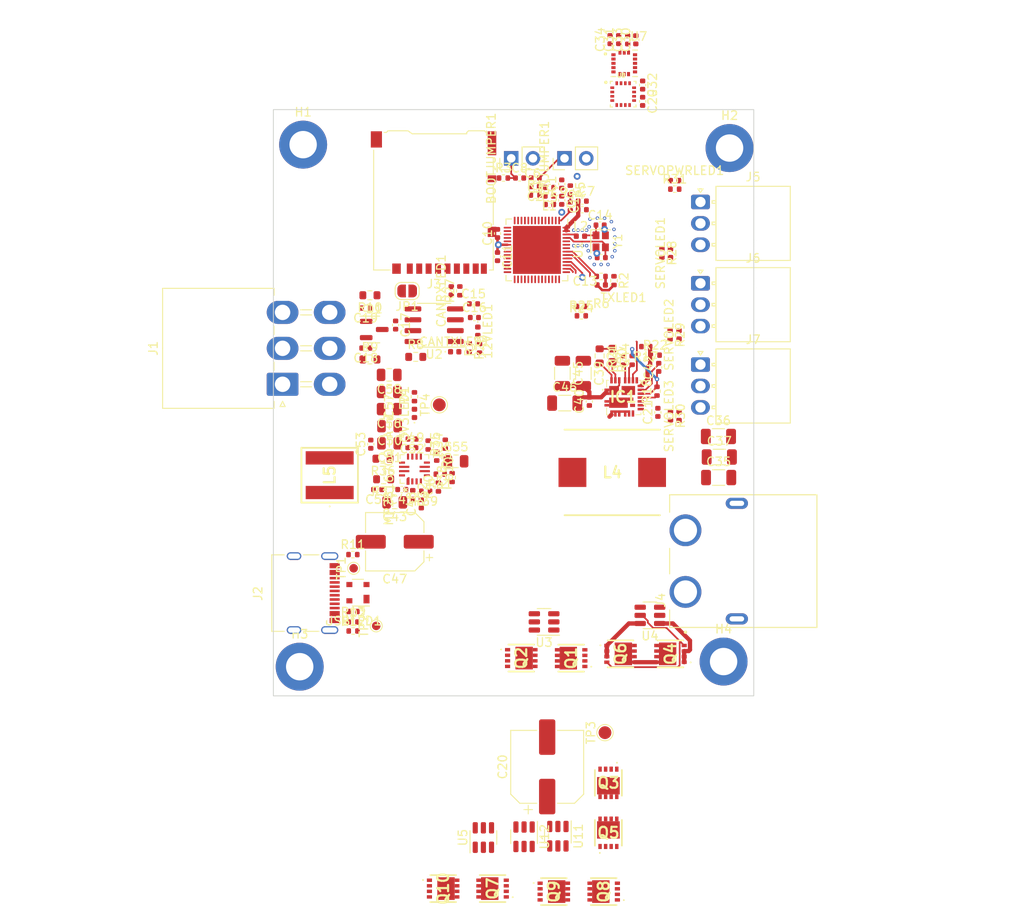
<source format=kicad_pcb>
(kicad_pcb (version 20221018) (generator pcbnew)
  (layers (0 "F.Cu" signal) (1 "In1.Cu" signal) (2 "In2.Cu" signal) (31 "B.Cu" signal) (34 "B.Paste" user) (35 "F.Paste" user) (36 "B.SilkS" user "B.Silkscreen") (37 "F.SilkS" user "F.Silkscreen") (38 "B.Mask" user) (39 "F.Mask" user) (44 "Edge.Cuts" user))
  (net 0 "")
  (net 1 "GND")
  (net 2 "+3V3")
  (net 3 "VBUS")
  (net 4 "RBUS_uC_V")
  (net 5 "Net-(U10-EN)")
  (net 6 "/servopower/uC_VCC")
  (net 7 "Net-(C53-Pad1)")
  (net 8 "Net-(U10-SW2)")
  (net 9 "Net-(C54-Pad1)")
  (net 10 "Net-(U10-SW1)")
  (net 11 "Net-(3V3LED1-A)")
  (net 12 "Net-(12VLED1-A)")
  (net 13 "/BOOT")
  (net 14 "/CHIP_PU")
  (net 15 "Net-(C6-Pad1)")
  (net 16 "Net-(C12-Pad1)")
  (net 17 "Net-(U1-LNA_IN{slash}RF)")
  (net 18 "Net-(U1-XTAL_N)")
  (net 19 "Net-(C14-Pad1)")
  (net 20 "Net-(JP1-B)")
  (net 21 "/CAN+")
  (net 22 "/CAN-")
  (net 23 "Net-(IC1-VDRV)")
  (net 24 "Net-(U8-CAP)")
  (net 25 "Net-(U7-REGOUT)")
  (net 26 "Net-(U7-VDD)")
  (net 27 "/SERVO_PWR")
  (net 28 "+12V")
  (net 29 "GNDA")
  (net 30 "/servopower/VDD")
  (net 31 "Net-(C44-Pad1)")
  (net 32 "Net-(IC1-BOOT)")
  (net 33 "/CAN_RX")
  (net 34 "Net-(CANRXLED1-A)")
  (net 35 "/CAN_TX")
  (net 36 "Net-(CANTXLED1-A)")
  (net 37 "/Data-")
  (net 38 "/Data+")
  (net 39 "/servopower/SW")
  (net 42 "/servopower/PGOOD")
  (net 43 "Net-(IC1-FB)")
  (net 44 "Net-(IC1-MODE2)")
  (net 45 "Net-(IC1-MODE1)")
  (net 46 "Net-(IC1-PHASE)")
  (net 49 "Net-(J2-CC1)")
  (net 51 "Net-(J2-CC2)")
  (net 54 "/SD_CS")
  (net 55 "/SPI_MOSI")
  (net 56 "/SPI_CLK")
  (net 57 "/SPI_MISO")
  (net 59 "/rbusmosfets/RBUS_DEPL")
  (net 60 "/SERVO_SGNL1")
  (net 61 "/SERVO_SGNL2")
  (net 62 "/SERVO_SGNL3")
  (net 63 "/CAN-BUS/Vref")
  (net 64 "Net-(U1-XTAL_P)")
  (net 65 "Net-(Q1-G)")
  (net 66 "Net-(TXLED1-A)")
  (net 67 "/TXD")
  (net 68 "Net-(U1-U0TXD{slash}PROG{slash}GPIO43)")
  (net 69 "Net-(U2-Rs)")
  (net 70 "Net-(USBLED1-A)")
  (net 71 "/BuckPGOOD")
  (net 72 "Net-(SERVOLED1-K)")
  (net 73 "Net-(SERVOLED2-K)")
  (net 74 "Net-(SERVOLED3-K)")
  (net 75 "Net-(SERVOPWRLED1-K)")
  (net 103 "/IMU_CS")
  (net 104 "/MAG_CS")
  (net 109 "Net-(U10-OC)")
  (net 110 "/rbusmosfets/BatteryPower")
  (net 111 "Net-(Q1-D_1)")
  (net 112 "Net-(Q3-G)")
  (net 121 "Net-(Q3-D_1)")
  (net 122 "Net-(Q4-G)")
  (net 123 "Net-(Q4-D_1)")
  (net 124 "Net-(Q8-G)")
  (net 125 "Net-(Q8-D_1)")
  (net 126 "Net-(R33-Pad1)")
  (net 127 "Net-(U10-FB)")
  (net 128 "Net-(U10-BST2)")
  (net 129 "Net-(U10-BST1)")
  (net 130 "Net-(U10-ALT)")
  (net 131 "Net-(U10-SCL)")
  (net 132 "Net-(U10-SDA)")
  (net 136 "Net-(Q1-S_1)")
  (net 137 "Net-(Q7-S_1)")
  (net 138 "Net-(Q10-G)")
  (net 139 "Net-(Q10-D_1)")
  (net 140 "Net-(Q8-S_1)")
  (footprint "Capacitor_SMD:C_0402_1005Metric" (layer "F.Cu") (at 123.2 83.59)
    (fp_text reference "C9")
    (fp_text value "10nF")
  )
  (footprint "Connector_Molex:Molex_Nano-Fit_105313-xx03_1x03_P2.50mm_Horizontal" (layer "F.Cu") (at 137 82.69)
    (fp_text reference "J5")
    (fp_text value "Conn_01x03_Male")
  )
  (footprint "Capacitor_SMD:C_0402_1005Metric" (layer "F.Cu") (at 97.92 99.76 180)
    (fp_text reference "C18")
    (fp_text value "220pF")
  )
  (footprint "LED_SMD:LED_0402_1005Metric" (layer "F.Cu") (at 133.5 88.675 90)
    (fp_text reference "SERVOLED1")
    (fp_text value "SERVOLED")
  )
  (footprint "Capacitor_SMD:C_0402_1005Metric" (layer "F.Cu") (at 127.45 63.72 90)
    (fp_text reference "C31")
    (fp_text value "10nF")
  )
  (footprint "Resistor_SMD:R_0402_1005Metric" (layer "F.Cu") (at 131.925 104.8 90)
    (fp_text reference "R18")
    (fp_text value "10k")
  )
  (footprint "Resistor_SMD:R_0603_1608Metric" (layer "F.Cu") (at 98.4 93.59 180)
    (fp_text reference "R10")
    (fp_text value "60")
  )
  (footprint "Resistor_SMD:R_0402_1005Metric" (layer "F.Cu") (at 105.2 111.09 -90)
    (fp_text reference "R34")
    (fp_text value "230k")
  )
  (footprint "iclr:PXP01230QLJ" (layer "F.Cu") (at 126.25 150.562 180)
    (fp_text reference "Q3")
    (fp_text value "PXP012-30QLJ" hide)
  )
  (footprint "Resistor_SMD:R_0402_1005Metric" (layer "F.Cu") (at 133.455 98.225 -90)
    (fp_text reference "R29")
    (fp_text value "1k")
  )
  (footprint "Connector_PinHeader_2.54mm:PinHeader_1x02_P2.54mm_Vertical" (layer "F.Cu") (at 114.9 77.59 90)
    (fp_text reference "BOOTJUMPER1")
    (fp_text value "Conn_01x02_Male")
  )
  (footprint "Capacitor_SMD:C_0805_2012Metric" (layer "F.Cu") (at 101.3 117.79 180)
    (fp_text reference "C43")
    (fp_text value "22uF")
  )
  (footprint "Capacitor_SMD:C_0402_1005Metric" (layer "F.Cu") (at 113.3 86.37 90)
    (fp_text reference "C10")
    (fp_text value "0.1uF")
  )
  (footprint "Capacitor_SMD:C_0402_1005Metric" (layer "F.Cu") (at 113.3 89.07 -90)
    (fp_text reference "C11")
    (fp_text value "0.1uF")
  )
  (footprint "LED_SMD:LED_0402_1005Metric" (layer "F.Cu") (at 125.415 92.39 180)
    (fp_text reference "TXLED1")
    (fp_text value "TX_LED")
  )
  (footprint "TestPoint:TestPoint_Pad_D1.5mm" (layer "F.Cu") (at 125.85 144.697 90)
    (fp_text reference "TP3")
    (fp_text value "TestPoint")
  )
  (footprint "Package_TO_SOT_SMD:TSOT-23-6" (layer "F.Cu") (at 120.35 156.797 -90)
    (fp_text reference "U11")
    (fp_text value "LTC4412xS6")
  )
  (footprint "Capacitor_SMD:C_0402_1005Metric" (layer "F.Cu") (at 103.32 110.39 180)
    (fp_text reference "C52")
    (fp_text value "1uF")
  )
  (footprint "Capacitor_SMD:C_0402_1005Metric" (layer "F.Cu") (at 132.125 102.01 90)
    (fp_text reference "C42")
    (fp_text value "1uF")
  )
  (footprint "Capacitor_SMD:C_0402_1005Metric" (layer "F.Cu") (at 103.3 111.39)
    (fp_text reference "C49")
    (fp_text value "100nF")
  )
  (footprint "Capacitor_SMD:C_0402_1005Metric" (layer "F.Cu") (at 115.88 79.89)
    (fp_text reference "C8")
    (fp_text value "0.1uF")
  )
  (footprint "Resistor_SMD:R_0402_1005Metric" (layer "F.Cu") (at 123.09 95.99)
    (fp_text reference "R25")
    (fp_text value "2.2k")
  )
  (footprint "Connector_USB:USB_C_Receptacle_Palconn_UTC16-G" (layer "F.Cu") (at 91.775 128.39 -90)
    (fp_text reference "J2")
    (fp_text value "USB_C_Receptacle_USB2.0")
  )
  (footprint "Capacitor_SMD:C_0402_1005Metric" (layer "F.Cu") (at 125.28 85.39)
    (fp_text reference "C14")
    (fp_text value "C")
  )
  (footprint "Capacitor_SMD:C_1206_3216Metric" (layer "F.Cu") (at 139.2 112.49)
    (fp_text reference "C37")
    (fp_text value "47uF")
  )
  (footprint "Capacitor_SMD:C_0402_1005Metric" (layer "F.Cu") (at 117.71 79.89 180)
    (fp_text reference "C3")
    (fp_text value "0.1uF")
  )
  (footprint "Capacitor_SMD:CP_Elec_6.3x5.4" (layer "F.Cu") (at 101.3 122.39 180)
    (fp_text reference "C47")
    (fp_text value "100uF")
  )
  (footprint "Capacitor_SMD:C_1206_3216Metric" (layer "F.Cu") (at 123.325 102.715 -90)
    (fp_text reference "C39")
    (fp_text value "47uF")
  )
  (footprint "Connector_Card:microSD_HC_Hirose_DM3AT-SF-PEJM5" (layer "F.Cu") (at 105.83 82.755 180)
    (fp_text reference "J3")
    (fp_text value "Micro_SD_Card_Det")
  )
  (footprint "Capacitor_SMD:C_1206_3216Metric" (layer "F.Cu") (at 139.1 110.09)
    (fp_text reference "C36")
    (fp_text value "47uF")
  )
  (footprint "Capacitor_SMD:C_0402_1005Metric" (layer "F.Cu") (at 104.4 117.97 90)
    (fp_text reference "C48")
    (fp_text value "22nF")
  )
  (footprint "Resistor_SMD:R_0402_1005Metric" (layer "F.Cu") (at 108 114.89 90)
    (fp_text reference "R38")
    (fp_text value "21.5k")
  )
  (footprint "Resistor_SMD:R_0402_1005Metric" (layer "F.Cu") (at 108.9 93.075 90)
    (fp_text reference "R27")
    (fp_text value "1k")
  )
  (footprint "LED_SMD:LED_0402_1005Metric" (layer "F.Cu") (at 134.5 107.72 90)
    (fp_text reference "SERVOLED3")
    (fp_text value "SERVOLED")
  )
  (footprint "Inductor_SMD:L_0402_1005Metric" (layer "F.Cu") (at 122.985 86.69)
    (fp_text reference "L2")
    (fp_text value "20nH")
  )
  (footprint "Capacitor_SMD:C_0402_1005Metric" (layer "F.Cu") (at 124.025 105.99 90)
    (fp_text reference "C40")
    (fp_text value "100nF")
  )
  (footprint "Resistor_SMD:R_0402_1005Metric" (layer "F.Cu") (at 133.5 107.68 -90)
    (fp_text reference "R30")
    (fp_text value "1k")
  )
  (footprint "Resistor_SMD:R_0402_1005Metric" (layer "F.Cu") (at 107.2 110.99 90)
    (fp_text reference "R35")
    (fp_text value "100k")
  )
  (footprint "Resistor_SMD:R_0402_1005Metric" (layer "F.Cu") (at 96.435 132.82)
    (fp_text reference "USBLED1")
    (fp_text value "USB_LED")
  )
  (footprint "LED_SMD:LED_0402_1005Metric" (layer "F.Cu") (at 107.9 93.075 90)
    (fp_text reference "CANRXLED1")
    (fp_text value "CANRXLED")
  )
  (footprint "Resistor_SMD:R_0402_1005Metric" (layer "F.Cu") (at 125.4 91.39 180)
    (fp_text reference "R6")
    (fp_text value "499")
  )
  (footprint "Capacitor_SMD:C_0805_2012Metric" (layer "F.Cu") (at 100.65 106.89 180)
    (fp_text reference "C56")
    (fp_text value "22uF")
  )
  (footprint "Capacitor_SMD:C_0402_1005Metric" (layer "F.Cu") (at 110.6 96.19)
    (fp_text reference "C16")
    (fp_text value "10uF")
  )
  (footprint "Capacitor_SMD:C_0805_2012Metric" (layer "F.Cu") (at 100.65 104.89 180)
    (fp_text reference "C57")
    (fp_text value "22uF")
  )
  (footprint "Package_TO_SOT_SMD:TSOT-23-6" (layer "F.Cu") (at 131.1 130.99 180)
    (fp_text reference "U4")
    (fp_text value "LTC4412xS6")
  )
  (footprint "Resistor_SMD:R_0402_1005Metric" (layer "F.Cu") (at 103.4 116.89 -90)
    (fp_text reference "R32")
    (fp_text value "499k")
  )
  (footprint "Jumper:SolderJumper-2_P1.3mm_Open_RoundedPad1.0x1.5mm" (layer "F.Cu") (at 102.75 93.09 180)
    (fp_text reference "JP1")
    (fp_text value "TermJP")
  )
  (footprint "Capacitor_SMD:C_0402_1005Metric" (layer "F.Cu") (at 99.3 116.29 180)
    (fp_text reference "C54")
    (fp_text value "100nF")
  )
  (footprint "Package_TO_SOT_SMD:TSOT-23-6" (layer "F.Cu") (at 118.7375 131.755 180)
    (fp_text reference "U3")
    (fp_text value "LTC4412xS6")
  )
  (footprint "Capacitor_SMD:C_0603_1608Metric" (layer "F.Cu") (at 126.725 100.6 -90)
    (fp_text reference "C44")
    (fp_text value "0.1uF")
  )
  (footprint "Resistor_SMD:R_0402_1005Metric" (layer "F.Cu") (at 106.2 112.39 -90)
    (fp_text reference "R33")
    (fp_text value "806k")
  )
  (footprint "iclr:MPLAL60504R7" (layer "F.Cu") (at 93.7 114.615 90)
    (fp_text reference "L5")
    (fp_text value "4.7uH" hide)
  )
  (footprint "Package_TO_SOT_SMD:TSOT-23-6" (layer "F.Cu") (at 111.65 156.9525 90)
    (fp_text reference "U5")
    (fp_text value "LTC4412xS6")
  )
  (footprint "Capacitor_SMD:C_0402_1005Metric" (layer "F.Cu") (at 132.025 107.27 90)
    (fp_text reference "C21")
    (fp_text value "4.7uF")
  )
  (footprint "Resistor_SMD:R_0402_1005Metric" (layer "F.Cu") (at 128.025 101.2 90)
    (fp_text reference "R19")
    (fp_text value "100k")
  )
  (footprint "Resistor_SMD:R_0402_1005Metric" (layer "F.Cu") (at 111.2 99.79 90)
    (fp_text reference "R7")
    (fp_text value "3k")
  )
  (footprint "iclr:MP28167GQ-A-Z" (layer "F.Cu") (at 103.6 113.89 90)
    (fp_text reference "U10")
    (fp_text value "MP28167GQ-A-Z")
  )
  (footprint "Capacitor_SMD:C_0402_1005Metric" (layer "F.Cu") (at 130.247 70.93 -90)
    (fp_text reference "C29")
    (fp_text value "10uF")
  )
  (footprint "Capacitor_SMD:C_0402_1005Metric" (layer "F.Cu") (at 126.45 63.72 90)
    (fp_text reference "C34")
    (fp_text value "2.2uF")
  )
  (footprint "TestPoint:TestPoint_Pad_D1.0mm" (layer "F.Cu") (at 99.135 132.22 90)
    (fp_text reference "TP2")
    (fp_text value "TestPoint")
  )
  (footprint "Capacitor_SMD:C_0402_1005Metric" (layer "F.Cu") (at 121.8 83.19 -90)
    (fp_text reference "C12")
    (fp_text value "4.2pF")
  )
  (footprint "Capacitor_SMD:C_0402_1005Metric" (layer "F.Cu") (at 110.5 94.59)
    (fp_text reference "C15")
    (fp_text value "100nF")
  )
  (footprint "Resistor_SMD:R_0402_1005Metric" (layer "F.Cu") (at 132.5 88.66 -90)
    (fp_text reference "R28")
    (fp_text value "1k")
  )
  (footprint "iclr:AMASS_XT60PW-F" (layer "F.Cu") (at 135.25 124.6525 90)
    (fp_text reference "J4")
    (fp_text value "Conn_01x02_Male")
  )
  (footprint "Resistor_SMD:R_0402_1005Metric" (layer "F.Cu") (at 96.425 130.54 180)
    (fp_text reference "R12")
    (fp_text value "5.1k")
  )
  (footprint "Capacitor_SMD:C_0402_1005Metric" (layer "F.Cu") (at 102.12 116.29 180)
    (fp_text reference "C41")
    (fp_text value "100nF")
  )
  (footprint "iclr:PXP01230QLJ" (layer "F.Cu") (at 119.875 163.265 -90)
    (fp_text reference "Q9")
    (fp_text value "PXP012-30QLJ" hide)
  )
  (footprint "Resistor_SMD:R_0603_1608Metric" (layer "F.Cu") (at 98.4 101.09)
    (fp_text reference "R9")
    (fp_text value "60")
  )
  (footprint "iclr:PQFN50P300X300X100-16N" (layer "F.Cu") (at 127.975 70.09)
    (fp_text reference "U8")
    (fp_text value "MMC5983MA")
  )
  (footprint "Resistor_SMD:R_0402_1005Metric" (layer "F.Cu") (at 129.025 101.2 90)
    (fp_text reference "R20")
    (fp_text value "200k")
  )
  (footprint "iclr:PQFN50P300X300X80-16N" (layer "F.Cu") (at 128.1 66.49)
    (fp_text reference "U7")
    (fp_text value "ICM-20608-G")
  )
  (footprint "Connector_Molex:Molex_Nano-Fit_105313-xx03_1x03_P2.50mm_Horizontal" (layer "F.Cu") (at 137 92.19)
    (fp_text reference "J6")
    (fp_text value "Conn_01x03_Male")
  )
  (footprint "MountingHole:MountingHole_3.2mm_M3_DIN965_Pad" (layer "F.Cu") (at 90.2 136.99)
    (fp_text reference "H3")
    (fp_text value "MountingHole_Pad")
  )
  (footprint "Capacitor_SMD:C_1206_3216Metric" (layer "F.Cu") (at 121.15 106.19)
    (fp_text reference "C46")
    (fp_text value "47uF")
  )
  (footprint "Capacitor_SMD:CP_Elec_8x11.9" (layer "F.Cu") (at 119.1 148.69 90)
    (fp_text reference "C20")
    (fp_text value "390uF")
  )
  (footprint "Connector_Molex:Molex_Mini-Fit_Jr_5569-06A2_2x03_P4.20mm_Horizontal" (layer "F.Cu") (at 88.2 103.99 90)
    (fp_text reference "J1")
    (fp_text value "RBUS")
  )
  (footprint "LED_SMD:LED_0402_1005Metric" (layer "F.Cu") (at 103.6 107.39 90)
    (fp_text reference "3V3LED1")
    (fp_text value "3V3LED")
  )
  (footprint "Resistor_SMD:R_0603_1608Metric" (layer "F.Cu") (at 99.925 112.69 180)
    (fp_text reference "R36")
    (fp_text value "0")
  )
  (footprint "Resistor_SMD:R_0603_1608Metric" (layer "F.Cu") (at 100 115.09 180)
    (fp_text reference "R37")
    (fp_text value "0")
  )
  (footprint "Resistor_SMD:R_0402_1005Metric" (layer "F.Cu") (at 110 99.69 -90)
    (fp_text reference "R26")
    (fp_text value "1k")
  )
  (footprint "TestPoint:TestPoint_Pad_D1.5mm" (layer "F.Cu") (at 106.5 106.39 90)
    (fp_text reference "TP4")
    (fp_text value "TestPoint")
  )
  (footprint "Capacitor_SMD:C_1206_3216Metric" (layer "F.Cu") (at 139.125 114.89)
    (fp_text reference "C35")
    (fp_text value "47uF")
  )
  (footprint "Capacitor_SMD:C_0402_1005Metric" (layer "F.Cu") (at 130.247 69.03 -90)
    (fp_text reference "C32")
    (fp_text value "1uF")
  )
  (footprint "iclr:SiC437BEDT1GE3" (layer "F.Cu") (at 128.044 105.534)
    (fp_text reference "IC1")
    (fp_text value "SIC437DED-T1-GE3" hide)
  )
  (footprint "Package_TO_SOT_SMD:TSOT-23-6" (layer "F.Cu") (at 116.4 156.8595 -90)
    (fp_text reference "U12")
    (fp_text value "LTC4412xS6")
  )
  (footprint "Resistor_SMD:R_0402_1005Metric" (layer "F.Cu") (at 96.41 123.89)
    (fp_text reference "R11")
    (fp_text value "5.1k")
  )
  (footprint "Capacitor_SMD:C_0402_1005Metric" (layer "F.Cu") (at 101.4 97.07 -90)
    (fp_text reference "C17")
    (fp_text value "47nF")
  )
  (footprint "Resistor_SMD:R_0402_1005Metric" (layer "F.Cu") (at 104.91 116.49 180)
    (fp_text reference "R39")
    (fp_text value "10k")
  )
  (footprint "Capacitor_SMD:C_0402_1005Metric" (layer "F.Cu") (at 128.5 63.75 90)
    (fp_text reference "C33")
    (fp_text value "0.1uF")
  )
  (footprint "iclr:PXP01230QLJ" (layer "F.Cu") (at 126.25 156.397)
    (fp_text reference "Q5")
    (fp_text value "PXP012-30QLJ" hide)
  )
  (footprint "Resistor_SMD:R_0402_1005Metric" (layer "F.Cu") (at 106.4 115.99 90)
    (fp_text reference "R40")
    (fp_text value "10k")
  )
  (footprint "Resistor_SMD:R_0402_1005Metric" (layer "F.Cu") (at 131.715 100.59)
    (fp_text reference "R22")
    (fp_text value "3k")
  )
  (footprint "MountingHole:MountingHole_3.2mm_M3_DIN965_Pad" (layer "F.Cu") (at 140.4 76.39)
    (fp_text reference "H2")
    (fp_text value "MountingHole_Pad")
  )
  (footprint "iclr:INDPM112100X400N" (layer "F.Cu") (at 126.7 114.29 180)
    (fp_text reference "L4")
    (fp_text value "2.1uH" hide)
  )
  (footprint "LED_SMD:LED_0402_1005Metric" (layer "F.Cu") (at 134.5 98.205 90)
    (fp_text reference "SERVOLED2")
    (fp_text value "SERVOLED")
  )
  (footprint "Capacitor_SMD:C_0402_1005Metric" (layer "F.Cu") (at 125.42 89.19 180)
    (fp_text reference "C13")
    (fp_text value "C")
  )
  (footprint "Capacitor_SMD:C_0402_1005Metric" (layer "F.Cu") (at 129.45 63.74 90)
    (fp_text reference "C30")
    (fp_text value "0.47uF")
  )
  (footprint "Capacitor_SMD:C_0805_2012Metric" (layer "F.Cu") (at 100.65 102.89 180)
    (fp_text reference "C58")
    (fp_text value "22uF")
  )
  (footprint "Resistor_SMD:R_0402_1005Metric" (layer "F.Cu") (at 121.8 81.29 -90)
    (fp_text reference "R5")
    (fp_text value "47.5")
  )
  (footprint "Resistor_SMD:R_0402_1005Metric" (layer "F.Cu") (at 126.9 91.88 -90)
    (fp_text reference "R2")
    (fp_text value "470")
  )
  (footprint "Resistor_SMD:R_0402_1005Metric" (layer "F.Cu") (at 103.6 105.445 90)
    (fp_text reference "R4")
    (fp_text value "470")
  )
  (footprint "Resistor_SMD:R_0402_1005Metric" (layer "F.Cu") (at 123.09 94.89 180)
    (fp_text reference "R24")
    (fp_text value "1.5k")
  )
  (footprint "Resistor_SMD:R_0402_1005Metric" (layer "F.Cu") (at 130.615 99.59 180)
    (fp_text reference "R17")
    (fp_text value "34k")
  )
  (footprint "Capacitor_SMD:C_0402_1005Metric" (layer "F.Cu") (at 98.5 110.99 90)
    (fp_text reference "C53")
    (fp_text value "100nF")
  )
  (footprint "Resistor_SMD:R_0603_1608Metric" (layer "F.Cu") (at 103.75 100.79)
    (fp_text reference "R8")
    (fp_text value "0")
  )
  (footprint "Resistor_SMD:R_0402_1005Metric" (layer "F.Cu") (at 113.99 79.89)
    (fp_text reference "R3")
    (fp_text value "10K")
  )
  (footprint "Capacitor_SMD:C_0402_1005Metric" (layer "F.Cu") (at 120.8 80.59 90)
    (fp_text reference "C1")
    (fp_text value "10uF")
  )
  (footprint "LED_SMD:LED_0402_1005Metric" (layer "F.Cu") (at 111 97.79 -90)
    (fp_text reference "12VLED1")
    (fp_text value "12V_LED")
  )
  (footprint "iclr:PXP01230QLJ" (layer "F.Cu") (at 125.7 163.265 90)
    (fp_text reference "Q8")
    (fp_text value "PXP012-30QLJ" hide)
  )
  (footprint "Connector_Molex:Molex_Nano-Fit_105313-xx03_1x03_P2.50mm_Horizontal" (layer "F.Cu") (at 137 101.69)
    (fp_text reference "J7")
    (fp_text value "Conn_01x03_Male")
  )
  (footprint "Capacitor_SMD:C_0402_1005Metric" (layer "F.Cu") (at 120.8 82.49 -90)
    (fp_text reference "C4")
    (fp_text value "1uF")
  )
  (footprint "Capacitor_SMD:C_0402_1005Metric" (layer "F.Cu") (at 119.38 80.99 180)
    (fp_text reference "C5")
    (fp_text value "0.1uF")
  )
  (footprint "Resistor_SMD:R_0402_1005Metric" (layer "F.Cu") (at 106.61 114.49 180)
    (fp_text reference "R41")
    (fp_text value "10k")
  )
  (footprint "Capacitor_SMD:C_0402_1005Metric" (layer "F.Cu") (at 123.2 82.59)
    (fp_text reference "C7")
    (fp_text value "1uF")
  )
  (footprint "iclr:PXP01230QLJ" (layer "F.Cu") (at 127.665 135.49 -90)
    (fp_text reference "Q6")
    (fp_text value "PXP012-30QLJ" hide)
  )
  (footprint "Capacitor_SMD:C_0402_1005Metric" (layer "F.Cu") (at 97.9 95.09 180)
    (fp_text reference "C19")
    (fp_text value "220pF")
  )
  (footprint "iclr:PXP01230QLJ" (layer "F.Cu") (at 106.95 162.915 -90)
    (fp_text reference "Q10")
    (fp_text value "PXP012-30QLJ" hide)
  )
  (footprint "iclr:PXP01230QLJ" (layer "F.Cu") (at 133.5 135.49 90)
    (fp_text reference "Q4")
    (fp_text value "PXP012-30QLJ" hide)
  )
  (footprint "Resistor_SMD:R_0402_1005Metric" (layer "F.Cu") (at 96.435 131.77)
    (fp_text reference "R13")
    (fp_text value "470")
  )
  (footprint "MountingHole:MountingHole_3.2mm_M3_DIN965_Pad" (layer "F.Cu") (at 139.7 136.39)
    (fp_text reference "H4")
    (fp_text value "MountingHole_Pad")
  )
  (footprint "iclr:PXP01230QLJ" (layer "F.Cu") (at 116.075 135.98 -90)
    (fp_text reference "Q2")
    (fp_text value "PXP012-30QLJ" hide)
  )
  (footprint "Capacitor_SMD:C_1206_3216Metric" (layer "F.Cu") (at 120.875 102.715 -90)
    (fp_text reference "C45")
    (fp_text value "47uF")
  )
  (footprint "LED_SMD:LED_0402_1005Metric" (layer "F.Cu") (at 133.985 80.19)
    (fp_text reference "SERVOPWRLED1")
    (fp_text value "SERVOPWR_LED")
  )
  (footprint "Capacitor_SMD:C_0402_1005Metric" (layer "F.Cu") (at 119.38 82.99)
    (fp_text reference "C6")
    (fp_text value "0.1uF")
  )
  (footprint "Package_TO_SOT_SMD:SOT-143" (layer "F.Cu") (at 97 128.34 180)
    (fp_text reference "D2")
    (fp_text value "SP0503BAHT")
  )
  (footprint "MountingHole:MountingHole_3.2mm_M3_DIN965_Pad" (layer "F.Cu") (at 90.6 75.99)
    (fp_text reference "H1")
    (fp_text value "MountingHole_Pad")
  )
  (footprint "Resistor_SMD:R_0603_1608Metric" (layer "F.Cu") (at 125.225 100.675 -90)
    (fp_text reference "R21")
    (fp_text value "2.2")
  )
  (footprint "iclr:PXP01230QLJ" (layer "F.Cu") (at 112.725 162.915 90)
    (fp_text reference "Q7")
    (fp_text value "PXP012-30QLJ" hide)
  )
  (footprint "Capacitor_SMD:C_0402_1005Metric" (layer "F.Cu") (at 117.69 80.89 180)
    (fp_text reference "C2")
    (fp_text value "1uF")
  )
  (footprint "Package_DFN_QFN:QFN-56-1EP_7x7mm_P0.4mm_EP5.6x5.6mm" (layer "F.Cu") (at 117.9 88.29 -90)
    (fp_text reference "U1")
    (fp_text value "ESP32-S3")
  )
  (footprint "iclr:PXP01230QLJ" (layer "F.Cu") (at 121.9 135.99 90)
    (fp_text reference "Q1")
    (fp_text value "PXP012-30QLJ" hide)
  )
  (footprint "Package_SO:SOIC-8_3.9x4.9mm_P1.27mm" (layer "F.Cu") (at 105.9 97.09 180)
    (fp_text reference "U2")
    (fp_text value "SN65HVD230")
  )
  (footprint "Capacitor_SMD:C_0805_2012Metric" (layer "F.Cu") (at 100.7 110.89 180)
    (fp_text reference "C51")
    (fp_text value "22uF")
  )
  (footprint "Crystal:Crystal_SMD_2016-4Pin_2.0x1.6mm" (layer "F.Cu") (at 125.35 87.29 -90)
    (fp_text reference "Y1")
    (fp_text value "40MHz±10ppm")
  )
  (footprint "Capacitor_SMD:C_0805_2012Metric" (layer "F.Cu") (at 108.45 112.99)
    (fp_text reference "C55")
    (fp_text value "22nF")
  )
  (footprint "LED_SMD:LED_0402_1005Metric" (layer "F.Cu") (at 108.3 100.19)
    (fp_text reference "CANTXLED1")
    (fp_text value "CANTXLED")
  )
  (footprint "Connector_PinHeader_2.54mm:PinHeader_1x02_P2.54mm_Vertical" (layer "F.Cu") (at 121.125 77.59 90)
    (fp_text reference "ENJUMPER1")
    (fp_text value "Conn_01x02_Male")
  )
  (footprint "Inductor_SMD:L_0402_1005Metric" (layer "F.Cu") (at 119.345 81.99 180)
    (fp_text reference "L1")
    (fp_text value "2.0nH")
  )
  (footprint "Capacitor_SMD:C_0805_2012Metric" (layer "F.Cu") (at 100.7 108.89 180)
    (fp_text reference "C50")
    (fp_text value "22uF")
  )
  (footprint "Resistor_SMD:R_0402_1005Metric" (layer "F.Cu") (at 117.7 81.89)
    (fp_text reference "R1")
    (fp_text value "10K")
  )
  (footprint "TestPoint:TestPoint_Pad_D1.0mm" (layer "F.Cu") (at 96.5 125.49 90)
    (fp_text reference "TP1")
    (fp_text value "TestPoint")
  )
  (footprint "Resistor_SMD:R_0402_1005Metric" (layer "F.Cu") (at 134 81.19)
    (fp_text reference "R31")
    (fp_text value "1k")
  )
  (footprint "Package_TO_SOT_SMD:SOT-23" (layer "F.Cu") (at 98.9 97.59)
    (fp_text reference "D1")
    (fp_text value "SM712_SOT23")
  )
  (gr_rect (start 87.125 71.897) (end 143.225 140.397) (stroke (width 0.1)) (fill none) (layer "Edge.Cuts"))
  (segment (start 119.9 82.83) (end 119.86 82.79) (width 0.5) (layer "F.Cu") (net 1))
  (via (at 124.9 88.69) (size 0.8) (drill 0.4) (layers "F.Cu" "B.Cu") (net 1))
  (via (at 127 86.79) (size 0.4) (drill 0.2) (layers "F.Cu" "B.Cu") (net 1))
  (via (at 124 85.59) (size 0.4) (drill 0.2) (layers "F.Cu" "B.Cu") (net 1))
  (via (at 124.1 89.19) (size 0.4) (drill 0.2) (layers "F.Cu" "B.Cu") (net 1))
  (via (at 120.8 83.89) (size 0.8) (drill 0.4) (layers "F.Cu" "B.Cu") (net 1))
  (via (at 123.9 88.39) (size 0.4) (drill 0.2) (layers "F.Cu" "B.Cu") (net 1))
  (via (at 127 87.59) (size 0.4) (drill 0.2) (layers "F.Cu" "B.Cu") (net 1))
  (via (at 122.2 87.79) (size 0.4) (drill 0.2) (layers "F.Cu" "B.Cu") (net 1))
  (via (at 126.9 85.89) (size 0.4) (drill 0.2) (layers "F.Cu" "B.Cu") (net 1))
  (via (at 124.964566 84.580831) (size 0.4) (drill 0.2) (layers "F.Cu" "B.Cu") (net 1))
  (via (at 124.6 89.99) (size 0.4) (drill 0.2) (layers "F.Cu" "B.Cu") (net 1))
  (via (at 127 88.39) (size 0.4) (drill 0.2) (layers "F.Cu" "B.Cu") (net 1))
  (via (at 125.8 85.89) (size 0.8) (drill 0.4) (layers "F.Cu" "B.Cu") (net 1))
  (via (at 122.6 79.69) (size 0.8) (drill 0.4) (layers "F.Cu" "B.Cu") (net 1))
  (via (at 122.7 85.99) (size 0.4) (drill 0.2) (layers "F.Cu" "B.Cu") (net 1))
  (via (at 125.4 89.99) (size 0.4) (drill 0.2) (layers "F.Cu" "B.Cu") (net 1))
  (via (at 122.2 85.99) (size 0.4) (drill 0.2) (layers "F.Cu" "B.Cu") (net 1))
  (via (at 124.1 84.69) (size 0.4) (drill 0.2) (layers "F.Cu" "B.Cu") (net 1))
  (via (at 126.6 84.99) (size 0.4) (drill 0.2) (layers "F.Cu" "B.Cu") (net 1))
  (via (at 123.2 85.99) (size 0.4) (drill 0.2) (layers "F.Cu" "B.Cu") (net 1))
  (via (at 123.2 87.79) (size 0.4) (drill 0.2) (layers "F.Cu" "B.Cu") (net 1))
  (via (at 126.2 89.99) (size 0.4) (drill 0.2) (layers "F.Cu" "B.Cu") (net 1))
  (via (at 126.7 89.09) (size 0.4) (drill 0.2) (layers "F.Cu" "B.Cu") (net 1))
  (via (at 123.7 87.79) (size 0.4) (drill 0.2) (layers "F.Cu" "B.Cu") (net 1))
  (via (at 123.7 85.99) (size 0.4) (drill 0.2) (layers "F.Cu" "B.Cu") (net 1))
  (via (at 125.8 84.59) (size 0.4) (drill 0.2) (layers "F.Cu" "B.Cu") (net 1))
  (via (at 122.7 87.79) (size 0.4) (drill 0.2) (layers "F.Cu" "B.Cu") (net 1))
  (segment (start 121.891634 89.69) (end 123.2 90.998366) (width 0.2) (layer "F.Cu") (net 2))
  (segment (start 122.72 82.59) (end 122.72 83.59) (width 0.5) (layer "F.Cu") (net 2))
  (segment (start 113.3 86.85) (end 113.3 88.59) (width 0.3) (layer "F.Cu") (net 2))
  (segment (start 122.72 84.3075) (end 121.3375 85.69) (width 0.5) (layer "F.Cu") (net 2))
  (segment (start 121.3375 85.69) (end 121.3375 86.013) (width 0.5) (layer "F.Cu") (net 2))
  (segment (start 121.3375 89.69) (end 121.891634 89.69) (width 0.2) (layer "F.Cu") (net 2))
  (segment (start 114.4625 87.69) (end 113.4 87.69) (width 0.3) (layer "F.Cu") (net 2))
  (segment (start 123.2 90.998366) (end 123.2 91.49) (width 0.2) (layer "F.Cu") (net 2))
  (segment (start 122.72 83.59) (end 122.72 84.3075) (width 0.5) (layer "F.Cu") (net 2))
  (via (at 123.2 91.49) (size 0.8) (drill 0.4) (layers "F.Cu" "B.Cu") (net 2))
  (via (at 113.4 87.69) (size 0.8) (drill 0.4) (layers "F.Cu" "B.Cu") (net 2))
  (segment (start 115.4 79.89) (end 114.5 79.89) (width 0.2) (layer "F.Cu") (net 13))
  (segment (start 114.9 79.39) (end 114.9 77.59) (width 0.2) (layer "F.Cu") (net 13))
  (segment (start 115.4 79.89) (end 114.9 79.39) (width 0.2) (layer "F.Cu") (net 13))
  (segment (start 118.19 81.87) (end 118.19 79.89) (width 0.2) (layer "F.Cu") (net 14))
  (segment (start 118.21 81.89) (end 118.19 81.87) (width 0.2) (layer "F.Cu") (net 14))
  (segment (start 118.19 79.89) (end 120.49 77.59) (width 0.2) (layer "F.Cu") (net 14))
  (segment (start 120.49 77.59) (end 121.125 77.59) (width 0.2) (layer "F.Cu") (net 14))
  (segment (start 121.8 82.71) (end 121.8 81.8) (width 0.2) (layer "F.Cu") (net 16))
  (segment (start 120.724212 84.8525) (end 121.8 83.776712) (width 0.2) (layer "F.Cu") (net 17))
  (segment (start 120.5 84.8525) (end 120.724212 84.8525) (width 0.2) (layer "F.Cu") (net 17))
  (segment (start 121.8 83.776712) (end 121.8 83.67) (width 0.2) (layer "F.Cu") (net 17))
  (segment (start 121.3375 86.89) (end 121.766737 86.89) (width 0.2) (layer "F.Cu") (net 18))
  (segment (start 125.8 89.19) (end 125.8 89.29) (width 0.2) (layer "F.Cu") (net 18))
  (segment (start 122.173377 87.29664) (end 122.173377 87.313) (width 0.2) (layer "F.Cu") (net 18))
  (segment (start 125.523 87.313) (end 125.9 87.69) (width 0.2) (layer "F.Cu") (net 18))
  (segment (start 122.173377 87.313) (end 125.523 87.313) (width 0.2) (layer "F.Cu") (net 18))
  (segment (start 125.9 87.69) (end 125.9 87.99) (width 0.2) (layer "F.Cu") (net 18))
  (segment (start 121.766737 86.89) (end 122.173377 87.29664) (width 0.2) (layer "F.Cu") (net 18))
  (segment (start 125.9 87.99) (end 125.9 89.19) (width 0.2) (layer "F.Cu") (net 18))
  (segment (start 123.27 86.59) (end 124.8 86.59) (width 0.2) (layer "F.Cu") (net 19))
  (segment (start 124.8 85.39) (end 124.8 86.59) (width 0.2) (layer "F.Cu") (net 19))
  (segment (start 124.8 86.59) (end 125 86.79) (width 0.2) (layer "F.Cu") (net 19))
  (segment (start 124.025 105.51) (end 124.025 104.89) (width 0.5) (layer "F.Cu") (net 28))
  (segment (start 129.572 102.3565) (end 129.572 99.037) (width 0.2) (layer "F.Cu") (net 28))
  (segment (start 128.64 131.94) (end 129.9625 131.94) (width 0.5) (layer "F.Cu") (net 28))
  (segment (start 126.065 135.815) (end 126.065 134.515) (width 0.5) (layer "F.Cu") (net 28))
  (segment (start 123.305 105.51) (end 124.025 105.51) (width 0.5) (layer "F.Cu") (net 28))
  (segment (start 120.875 104.19) (end 123.325 104.19) (width 0.5) (layer "F.Cu") (net 28))
  (segment (start 124.025 104.89) (end 123.325 104.19) (width 0.5) (layer "F.Cu") (net 28))
  (segment (start 129.113 103.528) (end 129.113 102.8155) (width 0.2) (layer "F.Cu") (net 28))
  (segment (start 122.625 106.19) (end 123.305 105.51) (width 0.5) (layer "F.Cu") (net 28))
  (segment (start 127.513 103.528) (end 127.513 104.115) (width 0.2) (layer "F.Cu") (net 28))
  (segment (start 124.025 105.51) (end 125.405 105.51) (width 0.5) (layer "F.Cu") (net 28))
  (segment (start 129.572 99.037) (end 129.525 98.99) (width 0.2) (layer "F.Cu") (net 28))
  (segment (start 126.065 134.515) (end 128.64 131.94) (width 0.5) (layer "F.Cu") (net 28))
  (segment (start 129.113 102.8155) (end 129.572 102.3565) (width 0.2) (layer "F.Cu") (net 28))
  (segment (start 127.513 104.115) (end 126.913 104.715) (width 0.2) (layer "F.Cu") (net 28))
  (segment (start 125.405 105.51) (end 126.025 104.89) (width 0.5) (layer "F.Cu") (net 28))
  (segment (start 130.5875 104.64) (end 131.325 103.9025) (width 0.2) (layer "F.Cu") (net 29))
  (segment (start 131.325 103.9025) (end 131.325 102.460984) (width 0.2) (layer "F.Cu") (net 29))
  (segment (start 131.325 102.460984) (end 132.125 101.660984) (width 0.2) (layer "F.Cu") (net 29))
  (segment (start 132.125 101.53) (end 131.985 101.53) (width 0.2) (layer "F.Cu") (net 29))
  (segment (start 132.125 101.660984) (end 132.125 101.53) (width 0.2) (layer "F.Cu") (net 29))
  (segment (start 130.025 104.64) (end 130.5875 104.64) (width 0.2) (layer "F.Cu") (net 29))
  (segment (start 131.125 105.09) (end 131.925 104.29) (width 0.2) (layer "F.Cu") (net 30))
  (segment (start 129.025 100.69) (end 129.025 99.89) (width 0.3) (layer "F.Cu") (net 30))
  (segment (start 131.925 104.29) (end 131.925 102.69) (width 0.2) (layer "F.Cu") (net 30))
  (segment (start 131.925 102.69) (end 132.125 102.49) (width 0.2) (layer "F.Cu") (net 30))
  (segment (start 130.025 105.09) (end 131.125 105.09) (width 0.2) (layer "F.Cu") (net 30))
  (via (at 131.925 103.39) (size 0.5) (drill 0.25) (layers "F.Cu" "B.Cu") (net 30))
  (via (at 129.025 99.89) (size 0.5) (drill 0.25) (layers "F.Cu" "B.Cu") (net 30))
  (segment (start 131.925 103.39) (end 129.025 100.49) (width 0.3) (layer "B.Cu") (net 30))
  (segment (start 129.025 100.49) (end 129.025 99.89) (width 0.3) (layer "B.Cu") (net 30))
  (segment (start 126.7 99.85) (end 126.725 99.825) (width 0.2) (layer "F.Cu") (net 31))
  (segment (start 125.225 99.85) (end 126.7 99.85) (width 0.2) (layer "F.Cu") (net 31))
  (segment (start 126.725 101.375) (end 126.725 102.49) (width 0.2) (layer "F.Cu") (net 32))
  (segment (start 127.063 102.828) (end 127.063 103.528) (width 0.2) (layer "F.Cu") (net 32))
  (segment (start 126.725 102.49) (end 127.063 102.828) (width 0.2) (layer "F.Cu") (net 32))
  (segment (start 126.375 107.778) (end 126.613 107.54) (width 0.5) (layer "F.Cu") (net 39))
  (segment (start 130.025 105.54) (end 131.695 105.54) (width 0.2) (layer "F.Cu") (net 42))
  (segment (start 131.695 105.54) (end 131.925 105.31) (width 0.2) (layer "F.Cu") (net 42))
  (segment (start 130.825 101.99) (end 131.125 101.69) (width 0.5) (layer "F.Cu") (net 43))
  (segment (start 130.825 103.367) (end 130.825 101.99) (width 0.5) (layer "F.Cu") (net 43))
  (segment (start 130.848 103.39) (end 130.125 104.113) (width 0.5) (layer "F.Cu") (net 43))
  (segment (start 131.125 101.69) (end 131.125 99.59) (width 0.5) (layer "F.Cu") (net 43))
  (segment (start 130.848 103.39) (end 130.825 103.367) (width 0.5) (layer "F.Cu") (net 43))
  (segment (start 128.663 103.528) (end 128.663 102.072) (width 0.2) (layer "F.Cu") (net 44))
  (segment (start 128.663 102.072) (end 129.025 101.71) (width 0.2) (layer "F.Cu") (net 44))
  (segment (start 128.213 101.898) (end 128.025 101.71) (width 0.2) (layer "F.Cu") (net 45))
  (segment (start 128.213 103.528) (end 128.213 101.898) (width 0.2) (layer "F.Cu") (net 45))
  (segment (start 126.613 102.888) (end 125.225 101.5) (width 0.2) (layer "F.Cu") (net 46))
  (segment (start 126.613 103.528) (end 126.613 102.888) (width 0.2) (layer "F.Cu") (net 46))
  (segment (start 122.1 90.823263) (end 122.1 90.89) (width 0.2) (layer "F.Cu") (net 62))
  (segment (start 121.766737 90.49) (end 122.1 90.823263) (width 0.2) (layer "F.Cu") (net 62))
  (segment (start 121.3375 90.49) (end 121.766737 90.49) (width 0.2) (layer "F.Cu") (net 62))
  (segment (start 121.3375 86.49) (end 122.3 86.49) (width 0.2) (layer "F.Cu") (net 64))
  (segment (start 122.3 86.49) (end 122.5 86.69) (width 0.2) (layer "F.Cu") (net 64))
  (segment (start 125.527 92.987) (end 126.303 92.987) (width 0.3) (layer "F.Cu") (net 66))
  (segment (start 126.303 92.987) (end 126.9 92.39) (width 0.3) (layer "F.Cu") (net 66))
  (segment (start 124.93 92.39) (end 125.527 92.987) (width 0.3) (layer "F.Cu") (net 66))
  (segment (start 125.91 91.39) (end 125.91 92.38) (width 0.3) (layer "F.Cu") (net 67))
  (segment (start 125.91 92.38) (end 125.9 92.39) (width 0.3) (layer "F.Cu") (net 67))
  (segment (start 124.89 91.301022) (end 124.89 91.39) (width 0.2) (layer "F.Cu") (net 68))
  (segment (start 122.078978 88.49) (end 124.89 91.301022) (width 0.2) (layer "F.Cu") (net 68))
  (segment (start 121.3375 88.49) (end 122.078978 88.49) (width 0.2) (layer "F.Cu") (net 68))
  (segment (start 121.3375 88.89) (end 122.01653 88.89) (width 0.2) (layer "F.Cu") (net 71))
  (segment (start 122.01653 88.89) (end 124.1 90.97347) (width 0.2) (layer "F.Cu") (net 71))
  (segment (start 124.1 90.97347) (end 124.1 91.39) (width 0.2) (layer "F.Cu") (net 71))
  (segment (start 121.3375 90.09) (end 121.829185 90.09) (width 0.2) (layer "F.Cu") (net 103))
  (segment (start 122.427 90.687814) (end 122.427 90.99) (width 0.2) (layer "F.Cu") (net 103))
  (segment (start 121.829185 90.09) (end 122.427 90.687814) (width 0.2) (layer "F.Cu") (net 103))
  (segment (start 121.3375 89.29) (end 121.954082 89.29) (width 0.2) (layer "F.Cu") (net 104))
  (segment (start 135.625 135.165) (end 135.1 135.165) (width 0.5) (layer "F.Cu") (net 110))
  (segment (start 135.777 135.013) (end 135.625 135.165) (width 0.5) (layer "F.Cu") (net 110))
  (segment (start 133.779 131.94) (end 135.777 133.938) (width 0.5) (layer "F.Cu") (net 110))
  (segment (start 135.777 133.938) (end 135.777 135.013) (width 0.5) (layer "F.Cu") (net 110))
  (segment (start 132.2375 131.94) (end 133.779 131.94) (width 0.5) (layer "F.Cu") (net 110))
  (segment (start 135.1 135.165) (end 135.1 136.465) (width 0.5) (layer "F.Cu") (net 110))
  (segment (start 126.642 137.042) (end 126.065 136.465) (width 0.2) (layer "F.Cu") (net 122))
  (segment (start 130.208159 130.99) (end 129.9625 130.99) (width 0.2) (layer "F.Cu") (net 122))
  (segment (start 134.573 134.217) (end 134.573 136.817) (width 0.2) (layer "F.Cu") (net 122))
  (segment (start 131.477 132.467) (end 130.852 131.842) (width 0.2) (layer "F.Cu") (net 122))
  (segment (start 134.573 136.817) (end 134.348 137.042) (width 0.2) (layer "F.Cu") (net 122))
  (segment (start 135.1 134.515) (end 134.6875 134.1025) (width 0.2) (layer "F.Cu") (net 122))
  (segment (start 134.6875 134.1025) (end 133.052 132.467) (width 0.2) (layer "F.Cu") (net 122))
  (segment (start 130.852 131.842) (end 130.852 131.633841) (width 0.2) (layer "F.Cu") (net 122))
  (segment (start 133.052 132.467) (end 131.477 132.467) (width 0.2) (layer "F.Cu") (net 122))
  (segment (start 134.348 137.042) (end 126.642 137.042) (width 0.2) (layer "F.Cu") (net 122))
  (segment (start 130.852 131.633841) (end 130.208159 130.99) (width 0.2) (layer "F.Cu") (net 122))
  (segment (start 134.6875 134.1025) (end 134.573 134.217) (width 0.2) (layer "F.Cu") (net 122))
  (segment (start 129.29 136.465) (end 131.875 136.465) (width 0.5) (layer "F.Cu") (net 123))
)
</source>
